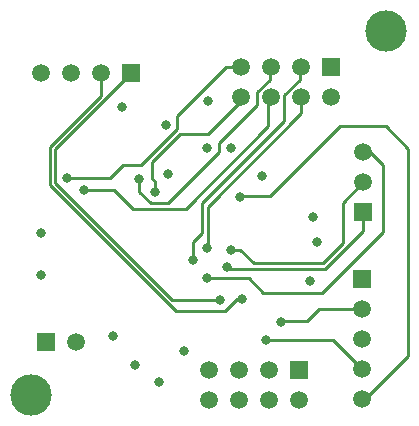
<source format=gbl>
G04*
G04 #@! TF.GenerationSoftware,Altium Limited,Altium Designer,20.2.6 (244)*
G04*
G04 Layer_Physical_Order=4*
G04 Layer_Color=16711680*
%FSLAX25Y25*%
%MOIN*%
G70*
G04*
G04 #@! TF.SameCoordinates,009D9B9B-B68C-4BF6-A67E-57AE18EDBAF9*
G04*
G04*
G04 #@! TF.FilePolarity,Positive*
G04*
G01*
G75*
%ADD15C,0.01000*%
%ADD40R,0.05906X0.05906*%
%ADD41C,0.05906*%
%ADD42R,0.05906X0.05906*%
%ADD43C,0.13780*%
%ADD44C,0.03150*%
D15*
X85474Y45700D02*
X89674Y49900D01*
X91300D01*
X69244Y45700D02*
X85474D01*
X28964Y88526D02*
X67990Y49500D01*
X83900D01*
X79500Y56700D02*
X93478D01*
X98265Y51913D01*
X86400Y60500D02*
X87000Y59900D01*
X98265Y51913D02*
X118013D01*
X87000Y59900D02*
X119000D01*
X87700Y66300D02*
X90600D01*
X95200Y61700D01*
X27164Y87780D02*
X69244Y45700D01*
X62400Y85500D02*
Y89000D01*
X61200Y90200D02*
X62400Y89000D01*
X66574Y81700D02*
X83700Y98826D01*
X60826Y81700D02*
X66574D01*
X57000Y85526D02*
X60826Y81700D01*
X57000Y85526D02*
Y90000D01*
X72474Y79900D02*
X99961Y107387D01*
X54955Y79900D02*
X72474D01*
X48555Y86300D02*
X54955Y79900D01*
X61200Y90200D02*
Y95500D01*
X70500Y104800D01*
X57674Y94600D02*
X69700Y106626D01*
X51726Y94600D02*
X57674D01*
X47226Y90100D02*
X51726Y94600D01*
X32764Y90100D02*
X47226D01*
X79800Y80600D02*
X110900Y111700D01*
Y117200D01*
X79800Y66802D02*
Y80600D01*
X78000Y81700D02*
X105400Y109100D01*
Y117714D01*
X78000Y72000D02*
Y81700D01*
X99961Y107387D02*
Y116261D01*
X90900Y115873D02*
Y117200D01*
X89200Y114173D02*
X90900Y115873D01*
X89200Y114100D02*
Y114173D01*
X70500Y104800D02*
X79900D01*
X89200Y114100D01*
X69700Y106626D02*
Y110974D01*
X27164Y87780D02*
Y100510D01*
X28964Y88526D02*
Y99764D01*
X38500Y86300D02*
X48555D01*
X27164Y100510D02*
X44300Y117646D01*
Y125100D01*
X28964Y99764D02*
X54300Y125100D01*
X69700Y110974D02*
X85926Y127200D01*
X83700Y101874D02*
X96400Y114574D01*
Y118714D01*
X83700Y98826D02*
Y101874D01*
X119000Y59900D02*
X131600Y72500D01*
X131500Y78900D02*
X131600Y78800D01*
Y72500D02*
Y78800D01*
X124800Y68400D02*
Y82000D01*
X118100Y61700D02*
X124800Y68400D01*
Y82000D02*
X132400Y89600D01*
X85926Y127200D02*
X90900D01*
X99961Y116261D02*
X100900Y117200D01*
X100433Y126733D02*
X100900Y127200D01*
X100433Y122747D02*
Y126733D01*
X96400Y118714D02*
X100433Y122747D01*
X74805Y62773D02*
Y68805D01*
X78000Y72000D01*
X79700Y66702D02*
X79800Y66802D01*
X110433Y126733D02*
X110900Y127200D01*
X110433Y122747D02*
Y126733D01*
X105400Y117714D02*
X110433Y122747D01*
X132400Y99600D02*
X133400D01*
X138400Y94600D01*
X118013Y51913D02*
X138400Y72300D01*
Y94600D01*
X139100Y107400D02*
X146600Y99900D01*
Y30900D02*
Y99900D01*
X132200Y16500D02*
X146600Y30900D01*
X112800Y42400D02*
X116900Y46500D01*
X104638Y42400D02*
X112800D01*
X116900Y46500D02*
X131300D01*
X104419Y42181D02*
X104638Y42400D01*
X95200Y61700D02*
X118100D01*
X123800Y107400D02*
X139100D01*
X100500Y84100D02*
X123800Y107400D01*
X91700Y84100D02*
X100500D01*
X131300Y16500D02*
X132200D01*
X121500Y36300D02*
X131300Y26500D01*
X99100Y36300D02*
X121500D01*
D40*
X131500Y78900D02*
D03*
X131300Y56500D02*
D03*
D41*
X131500Y88900D02*
D03*
Y98900D02*
D03*
X110100Y16100D02*
D03*
X100100Y26100D02*
D03*
Y16100D02*
D03*
X90100Y26100D02*
D03*
Y16100D02*
D03*
X80100Y26100D02*
D03*
Y16100D02*
D03*
X120900Y117200D02*
D03*
X110900Y127200D02*
D03*
Y117200D02*
D03*
X100900Y127200D02*
D03*
Y117200D02*
D03*
X90900Y127200D02*
D03*
Y117200D02*
D03*
X36000Y35500D02*
D03*
X131300Y16500D02*
D03*
Y26500D02*
D03*
Y36500D02*
D03*
Y46500D02*
D03*
X24300Y125100D02*
D03*
X34300D02*
D03*
X44300D02*
D03*
D42*
X110100Y26100D02*
D03*
X120900Y127200D02*
D03*
X26000Y35500D02*
D03*
X54300Y125100D02*
D03*
D43*
X20800Y17800D02*
D03*
X139300Y139200D02*
D03*
D44*
X113832Y55768D02*
D03*
X116400Y68700D02*
D03*
X114800Y77300D02*
D03*
X51300Y113800D02*
D03*
X38500Y86300D02*
D03*
X32764Y90100D02*
D03*
X24400Y71800D02*
D03*
Y57900D02*
D03*
X48400Y37400D02*
D03*
X63600Y22293D02*
D03*
X71900Y32600D02*
D03*
X99100Y36300D02*
D03*
X104409Y42191D02*
D03*
X91300Y49900D02*
D03*
X83900Y49500D02*
D03*
X74805Y62773D02*
D03*
X79700Y66702D02*
D03*
X79500Y56700D02*
D03*
X86400Y60500D02*
D03*
X87700Y66300D02*
D03*
X90676Y83724D02*
D03*
X97900Y90800D02*
D03*
X57000Y90000D02*
D03*
X62400Y85500D02*
D03*
X66500Y91500D02*
D03*
X87500Y100300D02*
D03*
X79700Y100200D02*
D03*
X65900Y108000D02*
D03*
X79900Y115800D02*
D03*
X55700Y28000D02*
D03*
M02*

</source>
